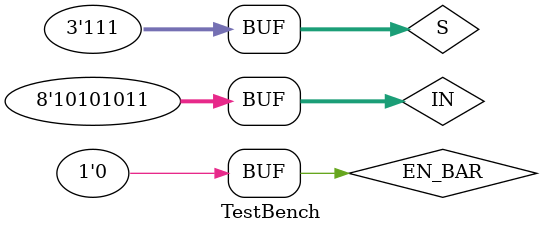
<source format=v>
`include "MUX8_to_1.v"

module TestBench;

reg EN_BAR ;
reg [7:0] IN ;
reg [2:0] S ;

wire OUTPUT ;

mux8_to_1 mymux( IN , OUTPUT , S , EN_BAR ) ;

initial
begin

$dumpfile("MUX8_to_1.vcd");
$dumpvars;

IN[0] = 1 ; IN[1] = 1 ; IN[2] = 0 ; IN[3] = 1 ; IN[4] = 0 ; IN[5] = 1 ; IN[6] = 0 ; IN[7] = 1 ;

EN_BAR = 1 ;

   S[2] = 0 ; S[1] = 0 ; S[0] = 0 ;
#5 S[2] = 0 ; S[1] = 0 ; S[0] = 1 ;
#5 S[2] = 0 ; S[1] = 1 ; S[0] = 0 ;
#5 S[2] = 0 ; S[1] = 1 ; S[0] = 1 ;
#5 S[2] = 1 ; S[1] = 0 ; S[0] = 0 ;
#5 S[2] = 1 ; S[1] = 0 ; S[0] = 1 ;
#5 S[2] = 1 ; S[1] = 1 ; S[0] = 0 ;
#5 S[2] = 1 ; S[1] = 1 ; S[0] = 1 ;
#5;

EN_BAR = 0 ;

   S[2] = 0 ; S[1] = 0 ; S[0] = 0 ;
#5 S[2] = 0 ; S[1] = 0 ; S[0] = 1 ;
#5 S[2] = 0 ; S[1] = 1 ; S[0] = 0 ;
#5 S[2] = 0 ; S[1] = 1 ; S[0] = 1 ;
#5 S[2] = 1 ; S[1] = 0 ; S[0] = 0 ;
#5 S[2] = 1 ; S[1] = 0 ; S[0] = 1 ;
#5 S[2] = 1 ; S[1] = 1 ; S[0] = 0 ;
#5 S[2] = 1 ; S[1] = 1 ; S[0] = 1 ;
#5;

end
endmodule

</source>
